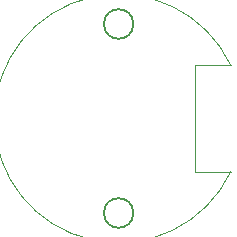
<source format=gbr>
%TF.GenerationSoftware,KiCad,Pcbnew,(6.0.0)*%
%TF.CreationDate,2022-03-17T14:10:59-06:00*%
%TF.ProjectId,sensor-co2,73656e73-6f72-42d6-936f-322e6b696361,rev?*%
%TF.SameCoordinates,Original*%
%TF.FileFunction,Profile,NP*%
%FSLAX46Y46*%
G04 Gerber Fmt 4.6, Leading zero omitted, Abs format (unit mm)*
G04 Created by KiCad (PCBNEW (6.0.0)) date 2022-03-17 14:10:59*
%MOMM*%
%LPD*%
G01*
G04 APERTURE LIST*
%TA.AperFunction,Profile*%
%ADD10C,0.150000*%
%TD*%
%TA.AperFunction,Profile*%
%ADD11C,0.100000*%
%TD*%
G04 APERTURE END LIST*
D10*
X141790000Y-77940000D02*
G75*
G03*
X141790000Y-77940000I-1250000J0D01*
G01*
D11*
X147040000Y-81440000D02*
X150040000Y-81440000D01*
X147040000Y-81440000D02*
X147040000Y-90440000D01*
D10*
X141790000Y-93940000D02*
G75*
G03*
X141790000Y-93940000I-1250000J0D01*
G01*
D11*
X147040000Y-90440000D02*
X150040000Y-90440000D01*
X150040000Y-81440000D02*
G75*
G03*
X150040000Y-90440000I-9506815J-4500000D01*
G01*
M02*

</source>
